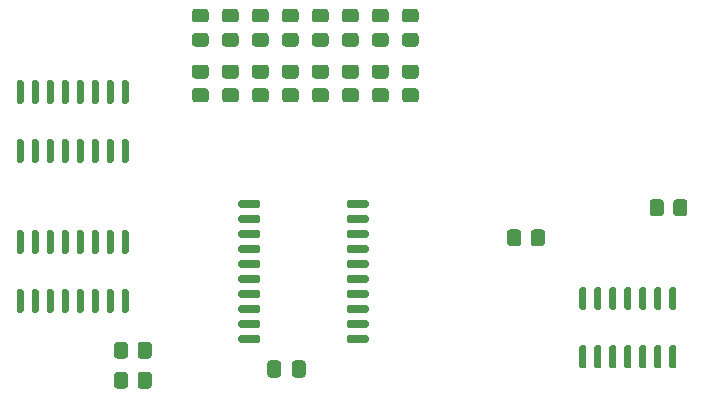
<source format=gbr>
%TF.GenerationSoftware,KiCad,Pcbnew,(5.1.8)-1*%
%TF.CreationDate,2024-03-21T22:45:28+03:00*%
%TF.ProjectId,Reg,5265672e-6b69-4636-9164-5f7063625858,rev?*%
%TF.SameCoordinates,Original*%
%TF.FileFunction,Paste,Top*%
%TF.FilePolarity,Positive*%
%FSLAX46Y46*%
G04 Gerber Fmt 4.6, Leading zero omitted, Abs format (unit mm)*
G04 Created by KiCad (PCBNEW (5.1.8)-1) date 2024-03-21 22:45:28*
%MOMM*%
%LPD*%
G01*
G04 APERTURE LIST*
G04 APERTURE END LIST*
%TO.C,R13*%
G36*
G01*
X106715000Y-36010001D02*
X106715000Y-35109999D01*
G75*
G02*
X106964999Y-34860000I249999J0D01*
G01*
X107665001Y-34860000D01*
G75*
G02*
X107915000Y-35109999I0J-249999D01*
G01*
X107915000Y-36010001D01*
G75*
G02*
X107665001Y-36260000I-249999J0D01*
G01*
X106964999Y-36260000D01*
G75*
G02*
X106715000Y-36010001I0J249999D01*
G01*
G37*
G36*
G01*
X104715000Y-36010001D02*
X104715000Y-35109999D01*
G75*
G02*
X104964999Y-34860000I249999J0D01*
G01*
X105665001Y-34860000D01*
G75*
G02*
X105915000Y-35109999I0J-249999D01*
G01*
X105915000Y-36010001D01*
G75*
G02*
X105665001Y-36260000I-249999J0D01*
G01*
X104964999Y-36260000D01*
G75*
G02*
X104715000Y-36010001I0J249999D01*
G01*
G37*
%TD*%
%TO.C,R12*%
G36*
G01*
X117980000Y-32569999D02*
X117980000Y-33470001D01*
G75*
G02*
X117730001Y-33720000I-249999J0D01*
G01*
X117029999Y-33720000D01*
G75*
G02*
X116780000Y-33470001I0J249999D01*
G01*
X116780000Y-32569999D01*
G75*
G02*
X117029999Y-32320000I249999J0D01*
G01*
X117730001Y-32320000D01*
G75*
G02*
X117980000Y-32569999I0J-249999D01*
G01*
G37*
G36*
G01*
X119980000Y-32569999D02*
X119980000Y-33470001D01*
G75*
G02*
X119730001Y-33720000I-249999J0D01*
G01*
X119029999Y-33720000D01*
G75*
G02*
X118780000Y-33470001I0J249999D01*
G01*
X118780000Y-32569999D01*
G75*
G02*
X119029999Y-32320000I249999J0D01*
G01*
X119730001Y-32320000D01*
G75*
G02*
X119980000Y-32569999I0J-249999D01*
G01*
G37*
%TD*%
%TO.C,R11*%
G36*
G01*
X73425000Y-45535001D02*
X73425000Y-44634999D01*
G75*
G02*
X73674999Y-44385000I249999J0D01*
G01*
X74375001Y-44385000D01*
G75*
G02*
X74625000Y-44634999I0J-249999D01*
G01*
X74625000Y-45535001D01*
G75*
G02*
X74375001Y-45785000I-249999J0D01*
G01*
X73674999Y-45785000D01*
G75*
G02*
X73425000Y-45535001I0J249999D01*
G01*
G37*
G36*
G01*
X71425000Y-45535001D02*
X71425000Y-44634999D01*
G75*
G02*
X71674999Y-44385000I249999J0D01*
G01*
X72375001Y-44385000D01*
G75*
G02*
X72625000Y-44634999I0J-249999D01*
G01*
X72625000Y-45535001D01*
G75*
G02*
X72375001Y-45785000I-249999J0D01*
G01*
X71674999Y-45785000D01*
G75*
G02*
X71425000Y-45535001I0J249999D01*
G01*
G37*
%TD*%
%TO.C,R10*%
G36*
G01*
X73425000Y-48075001D02*
X73425000Y-47174999D01*
G75*
G02*
X73674999Y-46925000I249999J0D01*
G01*
X74375001Y-46925000D01*
G75*
G02*
X74625000Y-47174999I0J-249999D01*
G01*
X74625000Y-48075001D01*
G75*
G02*
X74375001Y-48325000I-249999J0D01*
G01*
X73674999Y-48325000D01*
G75*
G02*
X73425000Y-48075001I0J249999D01*
G01*
G37*
G36*
G01*
X71425000Y-48075001D02*
X71425000Y-47174999D01*
G75*
G02*
X71674999Y-46925000I249999J0D01*
G01*
X72375001Y-46925000D01*
G75*
G02*
X72625000Y-47174999I0J-249999D01*
G01*
X72625000Y-48075001D01*
G75*
G02*
X72375001Y-48325000I-249999J0D01*
G01*
X71674999Y-48325000D01*
G75*
G02*
X71425000Y-48075001I0J249999D01*
G01*
G37*
%TD*%
%TO.C,U4*%
G36*
G01*
X63650000Y-24217500D02*
X63350000Y-24217500D01*
G75*
G02*
X63200000Y-24067500I0J150000D01*
G01*
X63200000Y-22367500D01*
G75*
G02*
X63350000Y-22217500I150000J0D01*
G01*
X63650000Y-22217500D01*
G75*
G02*
X63800000Y-22367500I0J-150000D01*
G01*
X63800000Y-24067500D01*
G75*
G02*
X63650000Y-24217500I-150000J0D01*
G01*
G37*
G36*
G01*
X64920000Y-24217500D02*
X64620000Y-24217500D01*
G75*
G02*
X64470000Y-24067500I0J150000D01*
G01*
X64470000Y-22367500D01*
G75*
G02*
X64620000Y-22217500I150000J0D01*
G01*
X64920000Y-22217500D01*
G75*
G02*
X65070000Y-22367500I0J-150000D01*
G01*
X65070000Y-24067500D01*
G75*
G02*
X64920000Y-24217500I-150000J0D01*
G01*
G37*
G36*
G01*
X66190000Y-24217500D02*
X65890000Y-24217500D01*
G75*
G02*
X65740000Y-24067500I0J150000D01*
G01*
X65740000Y-22367500D01*
G75*
G02*
X65890000Y-22217500I150000J0D01*
G01*
X66190000Y-22217500D01*
G75*
G02*
X66340000Y-22367500I0J-150000D01*
G01*
X66340000Y-24067500D01*
G75*
G02*
X66190000Y-24217500I-150000J0D01*
G01*
G37*
G36*
G01*
X67460000Y-24217500D02*
X67160000Y-24217500D01*
G75*
G02*
X67010000Y-24067500I0J150000D01*
G01*
X67010000Y-22367500D01*
G75*
G02*
X67160000Y-22217500I150000J0D01*
G01*
X67460000Y-22217500D01*
G75*
G02*
X67610000Y-22367500I0J-150000D01*
G01*
X67610000Y-24067500D01*
G75*
G02*
X67460000Y-24217500I-150000J0D01*
G01*
G37*
G36*
G01*
X68730000Y-24217500D02*
X68430000Y-24217500D01*
G75*
G02*
X68280000Y-24067500I0J150000D01*
G01*
X68280000Y-22367500D01*
G75*
G02*
X68430000Y-22217500I150000J0D01*
G01*
X68730000Y-22217500D01*
G75*
G02*
X68880000Y-22367500I0J-150000D01*
G01*
X68880000Y-24067500D01*
G75*
G02*
X68730000Y-24217500I-150000J0D01*
G01*
G37*
G36*
G01*
X70000000Y-24217500D02*
X69700000Y-24217500D01*
G75*
G02*
X69550000Y-24067500I0J150000D01*
G01*
X69550000Y-22367500D01*
G75*
G02*
X69700000Y-22217500I150000J0D01*
G01*
X70000000Y-22217500D01*
G75*
G02*
X70150000Y-22367500I0J-150000D01*
G01*
X70150000Y-24067500D01*
G75*
G02*
X70000000Y-24217500I-150000J0D01*
G01*
G37*
G36*
G01*
X71270000Y-24217500D02*
X70970000Y-24217500D01*
G75*
G02*
X70820000Y-24067500I0J150000D01*
G01*
X70820000Y-22367500D01*
G75*
G02*
X70970000Y-22217500I150000J0D01*
G01*
X71270000Y-22217500D01*
G75*
G02*
X71420000Y-22367500I0J-150000D01*
G01*
X71420000Y-24067500D01*
G75*
G02*
X71270000Y-24217500I-150000J0D01*
G01*
G37*
G36*
G01*
X72540000Y-24217500D02*
X72240000Y-24217500D01*
G75*
G02*
X72090000Y-24067500I0J150000D01*
G01*
X72090000Y-22367500D01*
G75*
G02*
X72240000Y-22217500I150000J0D01*
G01*
X72540000Y-22217500D01*
G75*
G02*
X72690000Y-22367500I0J-150000D01*
G01*
X72690000Y-24067500D01*
G75*
G02*
X72540000Y-24217500I-150000J0D01*
G01*
G37*
G36*
G01*
X72540000Y-29217500D02*
X72240000Y-29217500D01*
G75*
G02*
X72090000Y-29067500I0J150000D01*
G01*
X72090000Y-27367500D01*
G75*
G02*
X72240000Y-27217500I150000J0D01*
G01*
X72540000Y-27217500D01*
G75*
G02*
X72690000Y-27367500I0J-150000D01*
G01*
X72690000Y-29067500D01*
G75*
G02*
X72540000Y-29217500I-150000J0D01*
G01*
G37*
G36*
G01*
X71270000Y-29217500D02*
X70970000Y-29217500D01*
G75*
G02*
X70820000Y-29067500I0J150000D01*
G01*
X70820000Y-27367500D01*
G75*
G02*
X70970000Y-27217500I150000J0D01*
G01*
X71270000Y-27217500D01*
G75*
G02*
X71420000Y-27367500I0J-150000D01*
G01*
X71420000Y-29067500D01*
G75*
G02*
X71270000Y-29217500I-150000J0D01*
G01*
G37*
G36*
G01*
X70000000Y-29217500D02*
X69700000Y-29217500D01*
G75*
G02*
X69550000Y-29067500I0J150000D01*
G01*
X69550000Y-27367500D01*
G75*
G02*
X69700000Y-27217500I150000J0D01*
G01*
X70000000Y-27217500D01*
G75*
G02*
X70150000Y-27367500I0J-150000D01*
G01*
X70150000Y-29067500D01*
G75*
G02*
X70000000Y-29217500I-150000J0D01*
G01*
G37*
G36*
G01*
X68730000Y-29217500D02*
X68430000Y-29217500D01*
G75*
G02*
X68280000Y-29067500I0J150000D01*
G01*
X68280000Y-27367500D01*
G75*
G02*
X68430000Y-27217500I150000J0D01*
G01*
X68730000Y-27217500D01*
G75*
G02*
X68880000Y-27367500I0J-150000D01*
G01*
X68880000Y-29067500D01*
G75*
G02*
X68730000Y-29217500I-150000J0D01*
G01*
G37*
G36*
G01*
X67460000Y-29217500D02*
X67160000Y-29217500D01*
G75*
G02*
X67010000Y-29067500I0J150000D01*
G01*
X67010000Y-27367500D01*
G75*
G02*
X67160000Y-27217500I150000J0D01*
G01*
X67460000Y-27217500D01*
G75*
G02*
X67610000Y-27367500I0J-150000D01*
G01*
X67610000Y-29067500D01*
G75*
G02*
X67460000Y-29217500I-150000J0D01*
G01*
G37*
G36*
G01*
X66190000Y-29217500D02*
X65890000Y-29217500D01*
G75*
G02*
X65740000Y-29067500I0J150000D01*
G01*
X65740000Y-27367500D01*
G75*
G02*
X65890000Y-27217500I150000J0D01*
G01*
X66190000Y-27217500D01*
G75*
G02*
X66340000Y-27367500I0J-150000D01*
G01*
X66340000Y-29067500D01*
G75*
G02*
X66190000Y-29217500I-150000J0D01*
G01*
G37*
G36*
G01*
X64920000Y-29217500D02*
X64620000Y-29217500D01*
G75*
G02*
X64470000Y-29067500I0J150000D01*
G01*
X64470000Y-27367500D01*
G75*
G02*
X64620000Y-27217500I150000J0D01*
G01*
X64920000Y-27217500D01*
G75*
G02*
X65070000Y-27367500I0J-150000D01*
G01*
X65070000Y-29067500D01*
G75*
G02*
X64920000Y-29217500I-150000J0D01*
G01*
G37*
G36*
G01*
X63650000Y-29217500D02*
X63350000Y-29217500D01*
G75*
G02*
X63200000Y-29067500I0J150000D01*
G01*
X63200000Y-27367500D01*
G75*
G02*
X63350000Y-27217500I150000J0D01*
G01*
X63650000Y-27217500D01*
G75*
G02*
X63800000Y-27367500I0J-150000D01*
G01*
X63800000Y-29067500D01*
G75*
G02*
X63650000Y-29217500I-150000J0D01*
G01*
G37*
%TD*%
%TO.C,U1*%
G36*
G01*
X63650000Y-36917500D02*
X63350000Y-36917500D01*
G75*
G02*
X63200000Y-36767500I0J150000D01*
G01*
X63200000Y-35067500D01*
G75*
G02*
X63350000Y-34917500I150000J0D01*
G01*
X63650000Y-34917500D01*
G75*
G02*
X63800000Y-35067500I0J-150000D01*
G01*
X63800000Y-36767500D01*
G75*
G02*
X63650000Y-36917500I-150000J0D01*
G01*
G37*
G36*
G01*
X64920000Y-36917500D02*
X64620000Y-36917500D01*
G75*
G02*
X64470000Y-36767500I0J150000D01*
G01*
X64470000Y-35067500D01*
G75*
G02*
X64620000Y-34917500I150000J0D01*
G01*
X64920000Y-34917500D01*
G75*
G02*
X65070000Y-35067500I0J-150000D01*
G01*
X65070000Y-36767500D01*
G75*
G02*
X64920000Y-36917500I-150000J0D01*
G01*
G37*
G36*
G01*
X66190000Y-36917500D02*
X65890000Y-36917500D01*
G75*
G02*
X65740000Y-36767500I0J150000D01*
G01*
X65740000Y-35067500D01*
G75*
G02*
X65890000Y-34917500I150000J0D01*
G01*
X66190000Y-34917500D01*
G75*
G02*
X66340000Y-35067500I0J-150000D01*
G01*
X66340000Y-36767500D01*
G75*
G02*
X66190000Y-36917500I-150000J0D01*
G01*
G37*
G36*
G01*
X67460000Y-36917500D02*
X67160000Y-36917500D01*
G75*
G02*
X67010000Y-36767500I0J150000D01*
G01*
X67010000Y-35067500D01*
G75*
G02*
X67160000Y-34917500I150000J0D01*
G01*
X67460000Y-34917500D01*
G75*
G02*
X67610000Y-35067500I0J-150000D01*
G01*
X67610000Y-36767500D01*
G75*
G02*
X67460000Y-36917500I-150000J0D01*
G01*
G37*
G36*
G01*
X68730000Y-36917500D02*
X68430000Y-36917500D01*
G75*
G02*
X68280000Y-36767500I0J150000D01*
G01*
X68280000Y-35067500D01*
G75*
G02*
X68430000Y-34917500I150000J0D01*
G01*
X68730000Y-34917500D01*
G75*
G02*
X68880000Y-35067500I0J-150000D01*
G01*
X68880000Y-36767500D01*
G75*
G02*
X68730000Y-36917500I-150000J0D01*
G01*
G37*
G36*
G01*
X70000000Y-36917500D02*
X69700000Y-36917500D01*
G75*
G02*
X69550000Y-36767500I0J150000D01*
G01*
X69550000Y-35067500D01*
G75*
G02*
X69700000Y-34917500I150000J0D01*
G01*
X70000000Y-34917500D01*
G75*
G02*
X70150000Y-35067500I0J-150000D01*
G01*
X70150000Y-36767500D01*
G75*
G02*
X70000000Y-36917500I-150000J0D01*
G01*
G37*
G36*
G01*
X71270000Y-36917500D02*
X70970000Y-36917500D01*
G75*
G02*
X70820000Y-36767500I0J150000D01*
G01*
X70820000Y-35067500D01*
G75*
G02*
X70970000Y-34917500I150000J0D01*
G01*
X71270000Y-34917500D01*
G75*
G02*
X71420000Y-35067500I0J-150000D01*
G01*
X71420000Y-36767500D01*
G75*
G02*
X71270000Y-36917500I-150000J0D01*
G01*
G37*
G36*
G01*
X72540000Y-36917500D02*
X72240000Y-36917500D01*
G75*
G02*
X72090000Y-36767500I0J150000D01*
G01*
X72090000Y-35067500D01*
G75*
G02*
X72240000Y-34917500I150000J0D01*
G01*
X72540000Y-34917500D01*
G75*
G02*
X72690000Y-35067500I0J-150000D01*
G01*
X72690000Y-36767500D01*
G75*
G02*
X72540000Y-36917500I-150000J0D01*
G01*
G37*
G36*
G01*
X72540000Y-41917500D02*
X72240000Y-41917500D01*
G75*
G02*
X72090000Y-41767500I0J150000D01*
G01*
X72090000Y-40067500D01*
G75*
G02*
X72240000Y-39917500I150000J0D01*
G01*
X72540000Y-39917500D01*
G75*
G02*
X72690000Y-40067500I0J-150000D01*
G01*
X72690000Y-41767500D01*
G75*
G02*
X72540000Y-41917500I-150000J0D01*
G01*
G37*
G36*
G01*
X71270000Y-41917500D02*
X70970000Y-41917500D01*
G75*
G02*
X70820000Y-41767500I0J150000D01*
G01*
X70820000Y-40067500D01*
G75*
G02*
X70970000Y-39917500I150000J0D01*
G01*
X71270000Y-39917500D01*
G75*
G02*
X71420000Y-40067500I0J-150000D01*
G01*
X71420000Y-41767500D01*
G75*
G02*
X71270000Y-41917500I-150000J0D01*
G01*
G37*
G36*
G01*
X70000000Y-41917500D02*
X69700000Y-41917500D01*
G75*
G02*
X69550000Y-41767500I0J150000D01*
G01*
X69550000Y-40067500D01*
G75*
G02*
X69700000Y-39917500I150000J0D01*
G01*
X70000000Y-39917500D01*
G75*
G02*
X70150000Y-40067500I0J-150000D01*
G01*
X70150000Y-41767500D01*
G75*
G02*
X70000000Y-41917500I-150000J0D01*
G01*
G37*
G36*
G01*
X68730000Y-41917500D02*
X68430000Y-41917500D01*
G75*
G02*
X68280000Y-41767500I0J150000D01*
G01*
X68280000Y-40067500D01*
G75*
G02*
X68430000Y-39917500I150000J0D01*
G01*
X68730000Y-39917500D01*
G75*
G02*
X68880000Y-40067500I0J-150000D01*
G01*
X68880000Y-41767500D01*
G75*
G02*
X68730000Y-41917500I-150000J0D01*
G01*
G37*
G36*
G01*
X67460000Y-41917500D02*
X67160000Y-41917500D01*
G75*
G02*
X67010000Y-41767500I0J150000D01*
G01*
X67010000Y-40067500D01*
G75*
G02*
X67160000Y-39917500I150000J0D01*
G01*
X67460000Y-39917500D01*
G75*
G02*
X67610000Y-40067500I0J-150000D01*
G01*
X67610000Y-41767500D01*
G75*
G02*
X67460000Y-41917500I-150000J0D01*
G01*
G37*
G36*
G01*
X66190000Y-41917500D02*
X65890000Y-41917500D01*
G75*
G02*
X65740000Y-41767500I0J150000D01*
G01*
X65740000Y-40067500D01*
G75*
G02*
X65890000Y-39917500I150000J0D01*
G01*
X66190000Y-39917500D01*
G75*
G02*
X66340000Y-40067500I0J-150000D01*
G01*
X66340000Y-41767500D01*
G75*
G02*
X66190000Y-41917500I-150000J0D01*
G01*
G37*
G36*
G01*
X64920000Y-41917500D02*
X64620000Y-41917500D01*
G75*
G02*
X64470000Y-41767500I0J150000D01*
G01*
X64470000Y-40067500D01*
G75*
G02*
X64620000Y-39917500I150000J0D01*
G01*
X64920000Y-39917500D01*
G75*
G02*
X65070000Y-40067500I0J-150000D01*
G01*
X65070000Y-41767500D01*
G75*
G02*
X64920000Y-41917500I-150000J0D01*
G01*
G37*
G36*
G01*
X63650000Y-41917500D02*
X63350000Y-41917500D01*
G75*
G02*
X63200000Y-41767500I0J150000D01*
G01*
X63200000Y-40067500D01*
G75*
G02*
X63350000Y-39917500I150000J0D01*
G01*
X63650000Y-39917500D01*
G75*
G02*
X63800000Y-40067500I0J-150000D01*
G01*
X63800000Y-41767500D01*
G75*
G02*
X63650000Y-41917500I-150000J0D01*
G01*
G37*
%TD*%
%TO.C,C2*%
G36*
G01*
X85592500Y-46197500D02*
X85592500Y-47147500D01*
G75*
G02*
X85342500Y-47397500I-250000J0D01*
G01*
X84667500Y-47397500D01*
G75*
G02*
X84417500Y-47147500I0J250000D01*
G01*
X84417500Y-46197500D01*
G75*
G02*
X84667500Y-45947500I250000J0D01*
G01*
X85342500Y-45947500D01*
G75*
G02*
X85592500Y-46197500I0J-250000D01*
G01*
G37*
G36*
G01*
X87667500Y-46197500D02*
X87667500Y-47147500D01*
G75*
G02*
X87417500Y-47397500I-250000J0D01*
G01*
X86742500Y-47397500D01*
G75*
G02*
X86492500Y-47147500I0J250000D01*
G01*
X86492500Y-46197500D01*
G75*
G02*
X86742500Y-45947500I250000J0D01*
G01*
X87417500Y-45947500D01*
G75*
G02*
X87667500Y-46197500I0J-250000D01*
G01*
G37*
%TD*%
%TO.C,R9*%
G36*
G01*
X96970001Y-22095000D02*
X96069999Y-22095000D01*
G75*
G02*
X95820000Y-21845001I0J249999D01*
G01*
X95820000Y-21144999D01*
G75*
G02*
X96069999Y-20895000I249999J0D01*
G01*
X96970001Y-20895000D01*
G75*
G02*
X97220000Y-21144999I0J-249999D01*
G01*
X97220000Y-21845001D01*
G75*
G02*
X96970001Y-22095000I-249999J0D01*
G01*
G37*
G36*
G01*
X96970001Y-24095000D02*
X96069999Y-24095000D01*
G75*
G02*
X95820000Y-23845001I0J249999D01*
G01*
X95820000Y-23144999D01*
G75*
G02*
X96069999Y-22895000I249999J0D01*
G01*
X96970001Y-22895000D01*
G75*
G02*
X97220000Y-23144999I0J-249999D01*
G01*
X97220000Y-23845001D01*
G75*
G02*
X96970001Y-24095000I-249999J0D01*
G01*
G37*
%TD*%
%TO.C,R8*%
G36*
G01*
X94430001Y-22095000D02*
X93529999Y-22095000D01*
G75*
G02*
X93280000Y-21845001I0J249999D01*
G01*
X93280000Y-21144999D01*
G75*
G02*
X93529999Y-20895000I249999J0D01*
G01*
X94430001Y-20895000D01*
G75*
G02*
X94680000Y-21144999I0J-249999D01*
G01*
X94680000Y-21845001D01*
G75*
G02*
X94430001Y-22095000I-249999J0D01*
G01*
G37*
G36*
G01*
X94430001Y-24095000D02*
X93529999Y-24095000D01*
G75*
G02*
X93280000Y-23845001I0J249999D01*
G01*
X93280000Y-23144999D01*
G75*
G02*
X93529999Y-22895000I249999J0D01*
G01*
X94430001Y-22895000D01*
G75*
G02*
X94680000Y-23144999I0J-249999D01*
G01*
X94680000Y-23845001D01*
G75*
G02*
X94430001Y-24095000I-249999J0D01*
G01*
G37*
%TD*%
%TO.C,R7*%
G36*
G01*
X91890001Y-22095000D02*
X90989999Y-22095000D01*
G75*
G02*
X90740000Y-21845001I0J249999D01*
G01*
X90740000Y-21144999D01*
G75*
G02*
X90989999Y-20895000I249999J0D01*
G01*
X91890001Y-20895000D01*
G75*
G02*
X92140000Y-21144999I0J-249999D01*
G01*
X92140000Y-21845001D01*
G75*
G02*
X91890001Y-22095000I-249999J0D01*
G01*
G37*
G36*
G01*
X91890001Y-24095000D02*
X90989999Y-24095000D01*
G75*
G02*
X90740000Y-23845001I0J249999D01*
G01*
X90740000Y-23144999D01*
G75*
G02*
X90989999Y-22895000I249999J0D01*
G01*
X91890001Y-22895000D01*
G75*
G02*
X92140000Y-23144999I0J-249999D01*
G01*
X92140000Y-23845001D01*
G75*
G02*
X91890001Y-24095000I-249999J0D01*
G01*
G37*
%TD*%
%TO.C,R6*%
G36*
G01*
X89350001Y-22095000D02*
X88449999Y-22095000D01*
G75*
G02*
X88200000Y-21845001I0J249999D01*
G01*
X88200000Y-21144999D01*
G75*
G02*
X88449999Y-20895000I249999J0D01*
G01*
X89350001Y-20895000D01*
G75*
G02*
X89600000Y-21144999I0J-249999D01*
G01*
X89600000Y-21845001D01*
G75*
G02*
X89350001Y-22095000I-249999J0D01*
G01*
G37*
G36*
G01*
X89350001Y-24095000D02*
X88449999Y-24095000D01*
G75*
G02*
X88200000Y-23845001I0J249999D01*
G01*
X88200000Y-23144999D01*
G75*
G02*
X88449999Y-22895000I249999J0D01*
G01*
X89350001Y-22895000D01*
G75*
G02*
X89600000Y-23144999I0J-249999D01*
G01*
X89600000Y-23845001D01*
G75*
G02*
X89350001Y-24095000I-249999J0D01*
G01*
G37*
%TD*%
%TO.C,R5*%
G36*
G01*
X86810001Y-22095000D02*
X85909999Y-22095000D01*
G75*
G02*
X85660000Y-21845001I0J249999D01*
G01*
X85660000Y-21144999D01*
G75*
G02*
X85909999Y-20895000I249999J0D01*
G01*
X86810001Y-20895000D01*
G75*
G02*
X87060000Y-21144999I0J-249999D01*
G01*
X87060000Y-21845001D01*
G75*
G02*
X86810001Y-22095000I-249999J0D01*
G01*
G37*
G36*
G01*
X86810001Y-24095000D02*
X85909999Y-24095000D01*
G75*
G02*
X85660000Y-23845001I0J249999D01*
G01*
X85660000Y-23144999D01*
G75*
G02*
X85909999Y-22895000I249999J0D01*
G01*
X86810001Y-22895000D01*
G75*
G02*
X87060000Y-23144999I0J-249999D01*
G01*
X87060000Y-23845001D01*
G75*
G02*
X86810001Y-24095000I-249999J0D01*
G01*
G37*
%TD*%
%TO.C,R4*%
G36*
G01*
X84270001Y-22095000D02*
X83369999Y-22095000D01*
G75*
G02*
X83120000Y-21845001I0J249999D01*
G01*
X83120000Y-21144999D01*
G75*
G02*
X83369999Y-20895000I249999J0D01*
G01*
X84270001Y-20895000D01*
G75*
G02*
X84520000Y-21144999I0J-249999D01*
G01*
X84520000Y-21845001D01*
G75*
G02*
X84270001Y-22095000I-249999J0D01*
G01*
G37*
G36*
G01*
X84270001Y-24095000D02*
X83369999Y-24095000D01*
G75*
G02*
X83120000Y-23845001I0J249999D01*
G01*
X83120000Y-23144999D01*
G75*
G02*
X83369999Y-22895000I249999J0D01*
G01*
X84270001Y-22895000D01*
G75*
G02*
X84520000Y-23144999I0J-249999D01*
G01*
X84520000Y-23845001D01*
G75*
G02*
X84270001Y-24095000I-249999J0D01*
G01*
G37*
%TD*%
%TO.C,R3*%
G36*
G01*
X81730001Y-22095000D02*
X80829999Y-22095000D01*
G75*
G02*
X80580000Y-21845001I0J249999D01*
G01*
X80580000Y-21144999D01*
G75*
G02*
X80829999Y-20895000I249999J0D01*
G01*
X81730001Y-20895000D01*
G75*
G02*
X81980000Y-21144999I0J-249999D01*
G01*
X81980000Y-21845001D01*
G75*
G02*
X81730001Y-22095000I-249999J0D01*
G01*
G37*
G36*
G01*
X81730001Y-24095000D02*
X80829999Y-24095000D01*
G75*
G02*
X80580000Y-23845001I0J249999D01*
G01*
X80580000Y-23144999D01*
G75*
G02*
X80829999Y-22895000I249999J0D01*
G01*
X81730001Y-22895000D01*
G75*
G02*
X81980000Y-23144999I0J-249999D01*
G01*
X81980000Y-23845001D01*
G75*
G02*
X81730001Y-24095000I-249999J0D01*
G01*
G37*
%TD*%
%TO.C,R2*%
G36*
G01*
X79190001Y-22095000D02*
X78289999Y-22095000D01*
G75*
G02*
X78040000Y-21845001I0J249999D01*
G01*
X78040000Y-21144999D01*
G75*
G02*
X78289999Y-20895000I249999J0D01*
G01*
X79190001Y-20895000D01*
G75*
G02*
X79440000Y-21144999I0J-249999D01*
G01*
X79440000Y-21845001D01*
G75*
G02*
X79190001Y-22095000I-249999J0D01*
G01*
G37*
G36*
G01*
X79190001Y-24095000D02*
X78289999Y-24095000D01*
G75*
G02*
X78040000Y-23845001I0J249999D01*
G01*
X78040000Y-23144999D01*
G75*
G02*
X78289999Y-22895000I249999J0D01*
G01*
X79190001Y-22895000D01*
G75*
G02*
X79440000Y-23144999I0J-249999D01*
G01*
X79440000Y-23845001D01*
G75*
G02*
X79190001Y-24095000I-249999J0D01*
G01*
G37*
%TD*%
%TO.C,D8*%
G36*
G01*
X96069999Y-18230000D02*
X96970001Y-18230000D01*
G75*
G02*
X97220000Y-18479999I0J-249999D01*
G01*
X97220000Y-19130001D01*
G75*
G02*
X96970001Y-19380000I-249999J0D01*
G01*
X96069999Y-19380000D01*
G75*
G02*
X95820000Y-19130001I0J249999D01*
G01*
X95820000Y-18479999D01*
G75*
G02*
X96069999Y-18230000I249999J0D01*
G01*
G37*
G36*
G01*
X96069999Y-16180000D02*
X96970001Y-16180000D01*
G75*
G02*
X97220000Y-16429999I0J-249999D01*
G01*
X97220000Y-17080001D01*
G75*
G02*
X96970001Y-17330000I-249999J0D01*
G01*
X96069999Y-17330000D01*
G75*
G02*
X95820000Y-17080001I0J249999D01*
G01*
X95820000Y-16429999D01*
G75*
G02*
X96069999Y-16180000I249999J0D01*
G01*
G37*
%TD*%
%TO.C,D7*%
G36*
G01*
X93529999Y-18230000D02*
X94430001Y-18230000D01*
G75*
G02*
X94680000Y-18479999I0J-249999D01*
G01*
X94680000Y-19130001D01*
G75*
G02*
X94430001Y-19380000I-249999J0D01*
G01*
X93529999Y-19380000D01*
G75*
G02*
X93280000Y-19130001I0J249999D01*
G01*
X93280000Y-18479999D01*
G75*
G02*
X93529999Y-18230000I249999J0D01*
G01*
G37*
G36*
G01*
X93529999Y-16180000D02*
X94430001Y-16180000D01*
G75*
G02*
X94680000Y-16429999I0J-249999D01*
G01*
X94680000Y-17080001D01*
G75*
G02*
X94430001Y-17330000I-249999J0D01*
G01*
X93529999Y-17330000D01*
G75*
G02*
X93280000Y-17080001I0J249999D01*
G01*
X93280000Y-16429999D01*
G75*
G02*
X93529999Y-16180000I249999J0D01*
G01*
G37*
%TD*%
%TO.C,D6*%
G36*
G01*
X90989999Y-18230000D02*
X91890001Y-18230000D01*
G75*
G02*
X92140000Y-18479999I0J-249999D01*
G01*
X92140000Y-19130001D01*
G75*
G02*
X91890001Y-19380000I-249999J0D01*
G01*
X90989999Y-19380000D01*
G75*
G02*
X90740000Y-19130001I0J249999D01*
G01*
X90740000Y-18479999D01*
G75*
G02*
X90989999Y-18230000I249999J0D01*
G01*
G37*
G36*
G01*
X90989999Y-16180000D02*
X91890001Y-16180000D01*
G75*
G02*
X92140000Y-16429999I0J-249999D01*
G01*
X92140000Y-17080001D01*
G75*
G02*
X91890001Y-17330000I-249999J0D01*
G01*
X90989999Y-17330000D01*
G75*
G02*
X90740000Y-17080001I0J249999D01*
G01*
X90740000Y-16429999D01*
G75*
G02*
X90989999Y-16180000I249999J0D01*
G01*
G37*
%TD*%
%TO.C,D5*%
G36*
G01*
X88449999Y-18230000D02*
X89350001Y-18230000D01*
G75*
G02*
X89600000Y-18479999I0J-249999D01*
G01*
X89600000Y-19130001D01*
G75*
G02*
X89350001Y-19380000I-249999J0D01*
G01*
X88449999Y-19380000D01*
G75*
G02*
X88200000Y-19130001I0J249999D01*
G01*
X88200000Y-18479999D01*
G75*
G02*
X88449999Y-18230000I249999J0D01*
G01*
G37*
G36*
G01*
X88449999Y-16180000D02*
X89350001Y-16180000D01*
G75*
G02*
X89600000Y-16429999I0J-249999D01*
G01*
X89600000Y-17080001D01*
G75*
G02*
X89350001Y-17330000I-249999J0D01*
G01*
X88449999Y-17330000D01*
G75*
G02*
X88200000Y-17080001I0J249999D01*
G01*
X88200000Y-16429999D01*
G75*
G02*
X88449999Y-16180000I249999J0D01*
G01*
G37*
%TD*%
%TO.C,D4*%
G36*
G01*
X85909999Y-18230000D02*
X86810001Y-18230000D01*
G75*
G02*
X87060000Y-18479999I0J-249999D01*
G01*
X87060000Y-19130001D01*
G75*
G02*
X86810001Y-19380000I-249999J0D01*
G01*
X85909999Y-19380000D01*
G75*
G02*
X85660000Y-19130001I0J249999D01*
G01*
X85660000Y-18479999D01*
G75*
G02*
X85909999Y-18230000I249999J0D01*
G01*
G37*
G36*
G01*
X85909999Y-16180000D02*
X86810001Y-16180000D01*
G75*
G02*
X87060000Y-16429999I0J-249999D01*
G01*
X87060000Y-17080001D01*
G75*
G02*
X86810001Y-17330000I-249999J0D01*
G01*
X85909999Y-17330000D01*
G75*
G02*
X85660000Y-17080001I0J249999D01*
G01*
X85660000Y-16429999D01*
G75*
G02*
X85909999Y-16180000I249999J0D01*
G01*
G37*
%TD*%
%TO.C,D3*%
G36*
G01*
X83369999Y-18230000D02*
X84270001Y-18230000D01*
G75*
G02*
X84520000Y-18479999I0J-249999D01*
G01*
X84520000Y-19130001D01*
G75*
G02*
X84270001Y-19380000I-249999J0D01*
G01*
X83369999Y-19380000D01*
G75*
G02*
X83120000Y-19130001I0J249999D01*
G01*
X83120000Y-18479999D01*
G75*
G02*
X83369999Y-18230000I249999J0D01*
G01*
G37*
G36*
G01*
X83369999Y-16180000D02*
X84270001Y-16180000D01*
G75*
G02*
X84520000Y-16429999I0J-249999D01*
G01*
X84520000Y-17080001D01*
G75*
G02*
X84270001Y-17330000I-249999J0D01*
G01*
X83369999Y-17330000D01*
G75*
G02*
X83120000Y-17080001I0J249999D01*
G01*
X83120000Y-16429999D01*
G75*
G02*
X83369999Y-16180000I249999J0D01*
G01*
G37*
%TD*%
%TO.C,D2*%
G36*
G01*
X80829999Y-18230000D02*
X81730001Y-18230000D01*
G75*
G02*
X81980000Y-18479999I0J-249999D01*
G01*
X81980000Y-19130001D01*
G75*
G02*
X81730001Y-19380000I-249999J0D01*
G01*
X80829999Y-19380000D01*
G75*
G02*
X80580000Y-19130001I0J249999D01*
G01*
X80580000Y-18479999D01*
G75*
G02*
X80829999Y-18230000I249999J0D01*
G01*
G37*
G36*
G01*
X80829999Y-16180000D02*
X81730001Y-16180000D01*
G75*
G02*
X81980000Y-16429999I0J-249999D01*
G01*
X81980000Y-17080001D01*
G75*
G02*
X81730001Y-17330000I-249999J0D01*
G01*
X80829999Y-17330000D01*
G75*
G02*
X80580000Y-17080001I0J249999D01*
G01*
X80580000Y-16429999D01*
G75*
G02*
X80829999Y-16180000I249999J0D01*
G01*
G37*
%TD*%
%TO.C,D1*%
G36*
G01*
X78289999Y-18230000D02*
X79190001Y-18230000D01*
G75*
G02*
X79440000Y-18479999I0J-249999D01*
G01*
X79440000Y-19130001D01*
G75*
G02*
X79190001Y-19380000I-249999J0D01*
G01*
X78289999Y-19380000D01*
G75*
G02*
X78040000Y-19130001I0J249999D01*
G01*
X78040000Y-18479999D01*
G75*
G02*
X78289999Y-18230000I249999J0D01*
G01*
G37*
G36*
G01*
X78289999Y-16180000D02*
X79190001Y-16180000D01*
G75*
G02*
X79440000Y-16429999I0J-249999D01*
G01*
X79440000Y-17080001D01*
G75*
G02*
X79190001Y-17330000I-249999J0D01*
G01*
X78289999Y-17330000D01*
G75*
G02*
X78040000Y-17080001I0J249999D01*
G01*
X78040000Y-16429999D01*
G75*
G02*
X78289999Y-16180000I249999J0D01*
G01*
G37*
%TD*%
%TO.C,U3*%
G36*
G01*
X111275000Y-46630000D02*
X110975000Y-46630000D01*
G75*
G02*
X110825000Y-46480000I0J150000D01*
G01*
X110825000Y-44830000D01*
G75*
G02*
X110975000Y-44680000I150000J0D01*
G01*
X111275000Y-44680000D01*
G75*
G02*
X111425000Y-44830000I0J-150000D01*
G01*
X111425000Y-46480000D01*
G75*
G02*
X111275000Y-46630000I-150000J0D01*
G01*
G37*
G36*
G01*
X112545000Y-46630000D02*
X112245000Y-46630000D01*
G75*
G02*
X112095000Y-46480000I0J150000D01*
G01*
X112095000Y-44830000D01*
G75*
G02*
X112245000Y-44680000I150000J0D01*
G01*
X112545000Y-44680000D01*
G75*
G02*
X112695000Y-44830000I0J-150000D01*
G01*
X112695000Y-46480000D01*
G75*
G02*
X112545000Y-46630000I-150000J0D01*
G01*
G37*
G36*
G01*
X113815000Y-46630000D02*
X113515000Y-46630000D01*
G75*
G02*
X113365000Y-46480000I0J150000D01*
G01*
X113365000Y-44830000D01*
G75*
G02*
X113515000Y-44680000I150000J0D01*
G01*
X113815000Y-44680000D01*
G75*
G02*
X113965000Y-44830000I0J-150000D01*
G01*
X113965000Y-46480000D01*
G75*
G02*
X113815000Y-46630000I-150000J0D01*
G01*
G37*
G36*
G01*
X115085000Y-46630000D02*
X114785000Y-46630000D01*
G75*
G02*
X114635000Y-46480000I0J150000D01*
G01*
X114635000Y-44830000D01*
G75*
G02*
X114785000Y-44680000I150000J0D01*
G01*
X115085000Y-44680000D01*
G75*
G02*
X115235000Y-44830000I0J-150000D01*
G01*
X115235000Y-46480000D01*
G75*
G02*
X115085000Y-46630000I-150000J0D01*
G01*
G37*
G36*
G01*
X116355000Y-46630000D02*
X116055000Y-46630000D01*
G75*
G02*
X115905000Y-46480000I0J150000D01*
G01*
X115905000Y-44830000D01*
G75*
G02*
X116055000Y-44680000I150000J0D01*
G01*
X116355000Y-44680000D01*
G75*
G02*
X116505000Y-44830000I0J-150000D01*
G01*
X116505000Y-46480000D01*
G75*
G02*
X116355000Y-46630000I-150000J0D01*
G01*
G37*
G36*
G01*
X117625000Y-46630000D02*
X117325000Y-46630000D01*
G75*
G02*
X117175000Y-46480000I0J150000D01*
G01*
X117175000Y-44830000D01*
G75*
G02*
X117325000Y-44680000I150000J0D01*
G01*
X117625000Y-44680000D01*
G75*
G02*
X117775000Y-44830000I0J-150000D01*
G01*
X117775000Y-46480000D01*
G75*
G02*
X117625000Y-46630000I-150000J0D01*
G01*
G37*
G36*
G01*
X118895000Y-46630000D02*
X118595000Y-46630000D01*
G75*
G02*
X118445000Y-46480000I0J150000D01*
G01*
X118445000Y-44830000D01*
G75*
G02*
X118595000Y-44680000I150000J0D01*
G01*
X118895000Y-44680000D01*
G75*
G02*
X119045000Y-44830000I0J-150000D01*
G01*
X119045000Y-46480000D01*
G75*
G02*
X118895000Y-46630000I-150000J0D01*
G01*
G37*
G36*
G01*
X118895000Y-41680000D02*
X118595000Y-41680000D01*
G75*
G02*
X118445000Y-41530000I0J150000D01*
G01*
X118445000Y-39880000D01*
G75*
G02*
X118595000Y-39730000I150000J0D01*
G01*
X118895000Y-39730000D01*
G75*
G02*
X119045000Y-39880000I0J-150000D01*
G01*
X119045000Y-41530000D01*
G75*
G02*
X118895000Y-41680000I-150000J0D01*
G01*
G37*
G36*
G01*
X117625000Y-41680000D02*
X117325000Y-41680000D01*
G75*
G02*
X117175000Y-41530000I0J150000D01*
G01*
X117175000Y-39880000D01*
G75*
G02*
X117325000Y-39730000I150000J0D01*
G01*
X117625000Y-39730000D01*
G75*
G02*
X117775000Y-39880000I0J-150000D01*
G01*
X117775000Y-41530000D01*
G75*
G02*
X117625000Y-41680000I-150000J0D01*
G01*
G37*
G36*
G01*
X116355000Y-41680000D02*
X116055000Y-41680000D01*
G75*
G02*
X115905000Y-41530000I0J150000D01*
G01*
X115905000Y-39880000D01*
G75*
G02*
X116055000Y-39730000I150000J0D01*
G01*
X116355000Y-39730000D01*
G75*
G02*
X116505000Y-39880000I0J-150000D01*
G01*
X116505000Y-41530000D01*
G75*
G02*
X116355000Y-41680000I-150000J0D01*
G01*
G37*
G36*
G01*
X115085000Y-41680000D02*
X114785000Y-41680000D01*
G75*
G02*
X114635000Y-41530000I0J150000D01*
G01*
X114635000Y-39880000D01*
G75*
G02*
X114785000Y-39730000I150000J0D01*
G01*
X115085000Y-39730000D01*
G75*
G02*
X115235000Y-39880000I0J-150000D01*
G01*
X115235000Y-41530000D01*
G75*
G02*
X115085000Y-41680000I-150000J0D01*
G01*
G37*
G36*
G01*
X113815000Y-41680000D02*
X113515000Y-41680000D01*
G75*
G02*
X113365000Y-41530000I0J150000D01*
G01*
X113365000Y-39880000D01*
G75*
G02*
X113515000Y-39730000I150000J0D01*
G01*
X113815000Y-39730000D01*
G75*
G02*
X113965000Y-39880000I0J-150000D01*
G01*
X113965000Y-41530000D01*
G75*
G02*
X113815000Y-41680000I-150000J0D01*
G01*
G37*
G36*
G01*
X112545000Y-41680000D02*
X112245000Y-41680000D01*
G75*
G02*
X112095000Y-41530000I0J150000D01*
G01*
X112095000Y-39880000D01*
G75*
G02*
X112245000Y-39730000I150000J0D01*
G01*
X112545000Y-39730000D01*
G75*
G02*
X112695000Y-39880000I0J-150000D01*
G01*
X112695000Y-41530000D01*
G75*
G02*
X112545000Y-41680000I-150000J0D01*
G01*
G37*
G36*
G01*
X111275000Y-41680000D02*
X110975000Y-41680000D01*
G75*
G02*
X110825000Y-41530000I0J150000D01*
G01*
X110825000Y-39880000D01*
G75*
G02*
X110975000Y-39730000I150000J0D01*
G01*
X111275000Y-39730000D01*
G75*
G02*
X111425000Y-39880000I0J-150000D01*
G01*
X111425000Y-41530000D01*
G75*
G02*
X111275000Y-41680000I-150000J0D01*
G01*
G37*
%TD*%
%TO.C,U2*%
G36*
G01*
X81917500Y-32852500D02*
X81917500Y-32552500D01*
G75*
G02*
X82067500Y-32402500I150000J0D01*
G01*
X83667500Y-32402500D01*
G75*
G02*
X83817500Y-32552500I0J-150000D01*
G01*
X83817500Y-32852500D01*
G75*
G02*
X83667500Y-33002500I-150000J0D01*
G01*
X82067500Y-33002500D01*
G75*
G02*
X81917500Y-32852500I0J150000D01*
G01*
G37*
G36*
G01*
X81917500Y-34122500D02*
X81917500Y-33822500D01*
G75*
G02*
X82067500Y-33672500I150000J0D01*
G01*
X83667500Y-33672500D01*
G75*
G02*
X83817500Y-33822500I0J-150000D01*
G01*
X83817500Y-34122500D01*
G75*
G02*
X83667500Y-34272500I-150000J0D01*
G01*
X82067500Y-34272500D01*
G75*
G02*
X81917500Y-34122500I0J150000D01*
G01*
G37*
G36*
G01*
X81917500Y-35392500D02*
X81917500Y-35092500D01*
G75*
G02*
X82067500Y-34942500I150000J0D01*
G01*
X83667500Y-34942500D01*
G75*
G02*
X83817500Y-35092500I0J-150000D01*
G01*
X83817500Y-35392500D01*
G75*
G02*
X83667500Y-35542500I-150000J0D01*
G01*
X82067500Y-35542500D01*
G75*
G02*
X81917500Y-35392500I0J150000D01*
G01*
G37*
G36*
G01*
X81917500Y-36662500D02*
X81917500Y-36362500D01*
G75*
G02*
X82067500Y-36212500I150000J0D01*
G01*
X83667500Y-36212500D01*
G75*
G02*
X83817500Y-36362500I0J-150000D01*
G01*
X83817500Y-36662500D01*
G75*
G02*
X83667500Y-36812500I-150000J0D01*
G01*
X82067500Y-36812500D01*
G75*
G02*
X81917500Y-36662500I0J150000D01*
G01*
G37*
G36*
G01*
X81917500Y-37932500D02*
X81917500Y-37632500D01*
G75*
G02*
X82067500Y-37482500I150000J0D01*
G01*
X83667500Y-37482500D01*
G75*
G02*
X83817500Y-37632500I0J-150000D01*
G01*
X83817500Y-37932500D01*
G75*
G02*
X83667500Y-38082500I-150000J0D01*
G01*
X82067500Y-38082500D01*
G75*
G02*
X81917500Y-37932500I0J150000D01*
G01*
G37*
G36*
G01*
X81917500Y-39202500D02*
X81917500Y-38902500D01*
G75*
G02*
X82067500Y-38752500I150000J0D01*
G01*
X83667500Y-38752500D01*
G75*
G02*
X83817500Y-38902500I0J-150000D01*
G01*
X83817500Y-39202500D01*
G75*
G02*
X83667500Y-39352500I-150000J0D01*
G01*
X82067500Y-39352500D01*
G75*
G02*
X81917500Y-39202500I0J150000D01*
G01*
G37*
G36*
G01*
X81917500Y-40472500D02*
X81917500Y-40172500D01*
G75*
G02*
X82067500Y-40022500I150000J0D01*
G01*
X83667500Y-40022500D01*
G75*
G02*
X83817500Y-40172500I0J-150000D01*
G01*
X83817500Y-40472500D01*
G75*
G02*
X83667500Y-40622500I-150000J0D01*
G01*
X82067500Y-40622500D01*
G75*
G02*
X81917500Y-40472500I0J150000D01*
G01*
G37*
G36*
G01*
X81917500Y-41742500D02*
X81917500Y-41442500D01*
G75*
G02*
X82067500Y-41292500I150000J0D01*
G01*
X83667500Y-41292500D01*
G75*
G02*
X83817500Y-41442500I0J-150000D01*
G01*
X83817500Y-41742500D01*
G75*
G02*
X83667500Y-41892500I-150000J0D01*
G01*
X82067500Y-41892500D01*
G75*
G02*
X81917500Y-41742500I0J150000D01*
G01*
G37*
G36*
G01*
X81917500Y-43012500D02*
X81917500Y-42712500D01*
G75*
G02*
X82067500Y-42562500I150000J0D01*
G01*
X83667500Y-42562500D01*
G75*
G02*
X83817500Y-42712500I0J-150000D01*
G01*
X83817500Y-43012500D01*
G75*
G02*
X83667500Y-43162500I-150000J0D01*
G01*
X82067500Y-43162500D01*
G75*
G02*
X81917500Y-43012500I0J150000D01*
G01*
G37*
G36*
G01*
X81917500Y-44282500D02*
X81917500Y-43982500D01*
G75*
G02*
X82067500Y-43832500I150000J0D01*
G01*
X83667500Y-43832500D01*
G75*
G02*
X83817500Y-43982500I0J-150000D01*
G01*
X83817500Y-44282500D01*
G75*
G02*
X83667500Y-44432500I-150000J0D01*
G01*
X82067500Y-44432500D01*
G75*
G02*
X81917500Y-44282500I0J150000D01*
G01*
G37*
G36*
G01*
X91117500Y-44282500D02*
X91117500Y-43982500D01*
G75*
G02*
X91267500Y-43832500I150000J0D01*
G01*
X92867500Y-43832500D01*
G75*
G02*
X93017500Y-43982500I0J-150000D01*
G01*
X93017500Y-44282500D01*
G75*
G02*
X92867500Y-44432500I-150000J0D01*
G01*
X91267500Y-44432500D01*
G75*
G02*
X91117500Y-44282500I0J150000D01*
G01*
G37*
G36*
G01*
X91117500Y-43012500D02*
X91117500Y-42712500D01*
G75*
G02*
X91267500Y-42562500I150000J0D01*
G01*
X92867500Y-42562500D01*
G75*
G02*
X93017500Y-42712500I0J-150000D01*
G01*
X93017500Y-43012500D01*
G75*
G02*
X92867500Y-43162500I-150000J0D01*
G01*
X91267500Y-43162500D01*
G75*
G02*
X91117500Y-43012500I0J150000D01*
G01*
G37*
G36*
G01*
X91117500Y-41742500D02*
X91117500Y-41442500D01*
G75*
G02*
X91267500Y-41292500I150000J0D01*
G01*
X92867500Y-41292500D01*
G75*
G02*
X93017500Y-41442500I0J-150000D01*
G01*
X93017500Y-41742500D01*
G75*
G02*
X92867500Y-41892500I-150000J0D01*
G01*
X91267500Y-41892500D01*
G75*
G02*
X91117500Y-41742500I0J150000D01*
G01*
G37*
G36*
G01*
X91117500Y-40472500D02*
X91117500Y-40172500D01*
G75*
G02*
X91267500Y-40022500I150000J0D01*
G01*
X92867500Y-40022500D01*
G75*
G02*
X93017500Y-40172500I0J-150000D01*
G01*
X93017500Y-40472500D01*
G75*
G02*
X92867500Y-40622500I-150000J0D01*
G01*
X91267500Y-40622500D01*
G75*
G02*
X91117500Y-40472500I0J150000D01*
G01*
G37*
G36*
G01*
X91117500Y-39202500D02*
X91117500Y-38902500D01*
G75*
G02*
X91267500Y-38752500I150000J0D01*
G01*
X92867500Y-38752500D01*
G75*
G02*
X93017500Y-38902500I0J-150000D01*
G01*
X93017500Y-39202500D01*
G75*
G02*
X92867500Y-39352500I-150000J0D01*
G01*
X91267500Y-39352500D01*
G75*
G02*
X91117500Y-39202500I0J150000D01*
G01*
G37*
G36*
G01*
X91117500Y-37932500D02*
X91117500Y-37632500D01*
G75*
G02*
X91267500Y-37482500I150000J0D01*
G01*
X92867500Y-37482500D01*
G75*
G02*
X93017500Y-37632500I0J-150000D01*
G01*
X93017500Y-37932500D01*
G75*
G02*
X92867500Y-38082500I-150000J0D01*
G01*
X91267500Y-38082500D01*
G75*
G02*
X91117500Y-37932500I0J150000D01*
G01*
G37*
G36*
G01*
X91117500Y-36662500D02*
X91117500Y-36362500D01*
G75*
G02*
X91267500Y-36212500I150000J0D01*
G01*
X92867500Y-36212500D01*
G75*
G02*
X93017500Y-36362500I0J-150000D01*
G01*
X93017500Y-36662500D01*
G75*
G02*
X92867500Y-36812500I-150000J0D01*
G01*
X91267500Y-36812500D01*
G75*
G02*
X91117500Y-36662500I0J150000D01*
G01*
G37*
G36*
G01*
X91117500Y-35392500D02*
X91117500Y-35092500D01*
G75*
G02*
X91267500Y-34942500I150000J0D01*
G01*
X92867500Y-34942500D01*
G75*
G02*
X93017500Y-35092500I0J-150000D01*
G01*
X93017500Y-35392500D01*
G75*
G02*
X92867500Y-35542500I-150000J0D01*
G01*
X91267500Y-35542500D01*
G75*
G02*
X91117500Y-35392500I0J150000D01*
G01*
G37*
G36*
G01*
X91117500Y-34122500D02*
X91117500Y-33822500D01*
G75*
G02*
X91267500Y-33672500I150000J0D01*
G01*
X92867500Y-33672500D01*
G75*
G02*
X93017500Y-33822500I0J-150000D01*
G01*
X93017500Y-34122500D01*
G75*
G02*
X92867500Y-34272500I-150000J0D01*
G01*
X91267500Y-34272500D01*
G75*
G02*
X91117500Y-34122500I0J150000D01*
G01*
G37*
G36*
G01*
X91117500Y-32852500D02*
X91117500Y-32552500D01*
G75*
G02*
X91267500Y-32402500I150000J0D01*
G01*
X92867500Y-32402500D01*
G75*
G02*
X93017500Y-32552500I0J-150000D01*
G01*
X93017500Y-32852500D01*
G75*
G02*
X92867500Y-33002500I-150000J0D01*
G01*
X91267500Y-33002500D01*
G75*
G02*
X91117500Y-32852500I0J150000D01*
G01*
G37*
%TD*%
M02*

</source>
